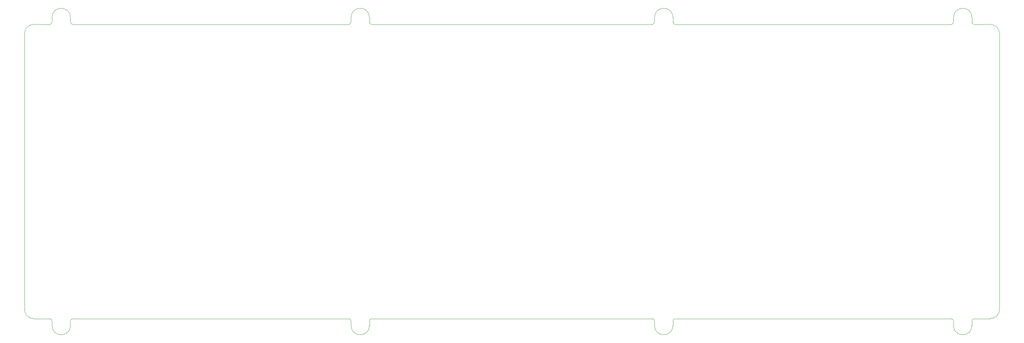
<source format=gbr>
G04 #@! TF.GenerationSoftware,KiCad,Pcbnew,(5.1.10-1-10_14)*
G04 #@! TF.CreationDate,2021-09-26T11:41:38-05:00*
G04 #@! TF.ProjectId,ori_bottom_plate,6f72695f-626f-4747-946f-6d5f706c6174,rev?*
G04 #@! TF.SameCoordinates,Original*
G04 #@! TF.FileFunction,Profile,NP*
%FSLAX46Y46*%
G04 Gerber Fmt 4.6, Leading zero omitted, Abs format (unit mm)*
G04 Created by KiCad (PCBNEW (5.1.10-1-10_14)) date 2021-09-26 11:41:38*
%MOMM*%
%LPD*%
G01*
G04 APERTURE LIST*
G04 #@! TA.AperFunction,Profile*
%ADD10C,0.050000*%
G04 #@! TD*
G04 APERTURE END LIST*
D10*
X235770510Y-117264265D02*
X235770510Y-118454889D01*
X231008006Y-117264265D02*
X231008006Y-118454889D01*
X158379763Y-117264329D02*
X158379763Y-118454953D01*
X153617259Y-117264329D02*
X153617259Y-118454953D01*
X314351795Y-117264329D02*
X314351795Y-118454953D01*
X309589291Y-117264329D02*
X309589291Y-118454953D01*
X391742254Y-117264265D02*
X391742254Y-118454889D01*
X386979750Y-117264265D02*
X386979750Y-118454889D01*
X391741886Y-38682951D02*
X391741886Y-39873575D01*
X386979382Y-38682951D02*
X386979382Y-39873575D01*
X314351326Y-38682951D02*
X314351326Y-39873575D01*
X309588822Y-38682951D02*
X309588822Y-39873575D01*
X231007638Y-38682951D02*
X231007638Y-39873575D01*
X235770142Y-38682951D02*
X235770142Y-39873575D01*
X153617078Y-38683016D02*
X153617078Y-39873575D01*
X158379582Y-38683016D02*
X158379582Y-39873575D01*
X392337567Y-116668952D02*
X396505150Y-116669080D01*
X314947108Y-116669016D02*
X386384437Y-116668952D01*
X236365823Y-116668952D02*
X308993978Y-116669016D01*
X158975076Y-116669016D02*
X230412693Y-116668952D01*
X148854110Y-116669080D02*
X153021946Y-116669016D01*
X146472850Y-42850020D02*
X146472850Y-114287820D01*
X153021765Y-40468888D02*
X148854110Y-40468760D01*
X230412325Y-40468888D02*
X158974895Y-40468888D01*
X308993509Y-40468888D02*
X236365455Y-40468888D01*
X386384069Y-40468888D02*
X314946639Y-40468888D01*
X396505150Y-40468760D02*
X392337199Y-40468888D01*
X398886410Y-114287820D02*
X398886410Y-42850020D01*
X386979382Y-38682951D02*
G75*
G02*
X391741886Y-38682951I2381252J0D01*
G01*
X392337199Y-40468888D02*
G75*
G02*
X391741886Y-39873575I0J595313D01*
G01*
X386979382Y-39873575D02*
G75*
G02*
X386384069Y-40468888I-595313J0D01*
G01*
X309588822Y-38682951D02*
G75*
G02*
X314351326Y-38682951I2381252J0D01*
G01*
X314946639Y-40468888D02*
G75*
G02*
X314351326Y-39873575I0J595313D01*
G01*
X309588822Y-39873575D02*
G75*
G02*
X308993509Y-40468888I-595313J0D01*
G01*
X231007638Y-38682951D02*
G75*
G02*
X235770142Y-38682951I2381252J0D01*
G01*
X236365455Y-40468888D02*
G75*
G02*
X235770142Y-39873575I0J595313D01*
G01*
X231007638Y-39873575D02*
G75*
G02*
X230412325Y-40468888I-595313J0D01*
G01*
X153617078Y-38683016D02*
G75*
G02*
X158379582Y-38683016I2381252J0D01*
G01*
X158974895Y-40468888D02*
G75*
G02*
X158379582Y-39873575I0J595313D01*
G01*
X153617078Y-39873575D02*
G75*
G02*
X153021765Y-40468888I-595313J0D01*
G01*
X158379763Y-118454953D02*
G75*
G02*
X153617259Y-118454953I-2381252J0D01*
G01*
X153021946Y-116669016D02*
G75*
G02*
X153617259Y-117264329I0J-595313D01*
G01*
X158379763Y-117264329D02*
G75*
G02*
X158975076Y-116669016I595313J0D01*
G01*
X235770510Y-118454889D02*
G75*
G02*
X231008006Y-118454889I-2381252J0D01*
G01*
X230412693Y-116668952D02*
G75*
G02*
X231008006Y-117264265I0J-595313D01*
G01*
X235770510Y-117264265D02*
G75*
G02*
X236365823Y-116668952I595313J0D01*
G01*
X314351795Y-118454953D02*
G75*
G02*
X309589291Y-118454953I-2381252J0D01*
G01*
X308993978Y-116669016D02*
G75*
G02*
X309589291Y-117264329I0J-595313D01*
G01*
X314351795Y-117264329D02*
G75*
G02*
X314947108Y-116669016I595313J0D01*
G01*
X391742254Y-118454889D02*
G75*
G02*
X386979750Y-118454889I-2381252J0D01*
G01*
X391742254Y-117264265D02*
G75*
G02*
X392337567Y-116668952I595313J0D01*
G01*
X386384437Y-116668952D02*
G75*
G02*
X386979750Y-117264265I0J-595313D01*
G01*
X396505150Y-40468760D02*
G75*
G02*
X398886410Y-42850020I0J-2381260D01*
G01*
X398886410Y-114287820D02*
G75*
G02*
X396505150Y-116669080I-2381260J0D01*
G01*
X148854110Y-116669080D02*
G75*
G02*
X146472850Y-114287820I0J2381260D01*
G01*
X146472850Y-42850020D02*
G75*
G02*
X148854110Y-40468760I2381260J0D01*
G01*
M02*

</source>
